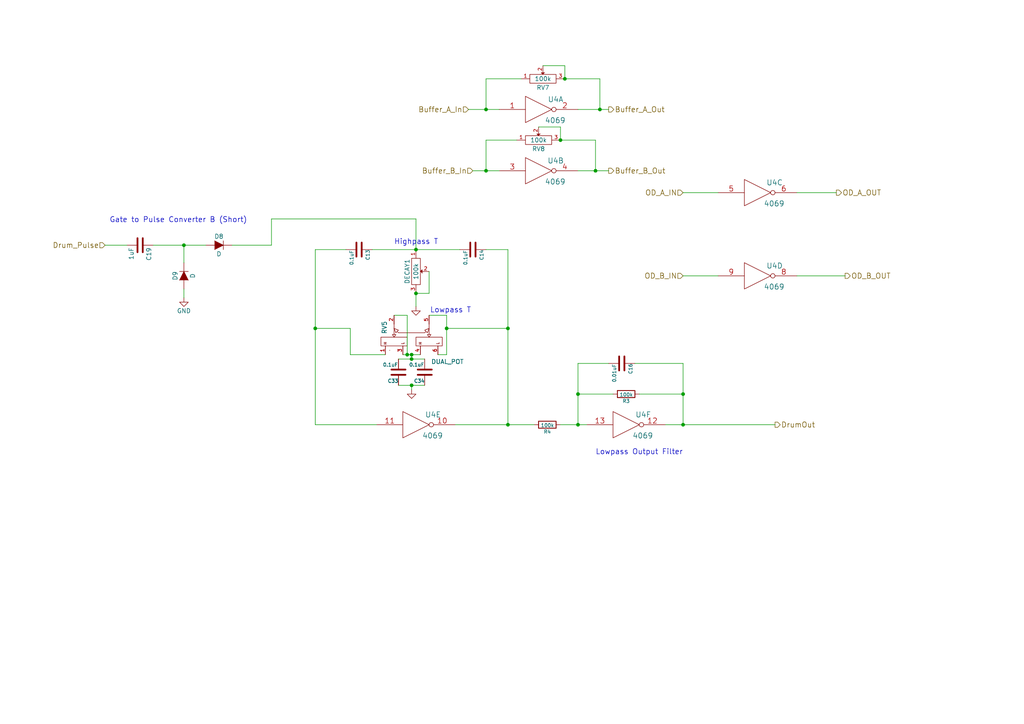
<source format=kicad_sch>
(kicad_sch (version 20231120) (generator "eeschema") (generator_version "8.0")
  (paper "A4")
  (lib_symbols
    (symbol "logic_noise_playground-rescue:4069" (pin_names (offset 0.762))
      (property "Reference" "U" (at 4.953 2.921 0))
      (property "Value" "4069" (at 4.826 -3.175 0))
      (symbol "4069_0_0"
        (polyline (pts (xy -3.81 3.81) (xy -3.81 -3.81) (xy 3.81 0) (xy -3.81 3.81)))
        (pin power_in line (at -1.27 2.54 90) (length 0) hide (name "VDD") (number "14"))
        (pin power_in line (at -1.27 -2.54 90) (length 0) hide (name "VSS") (number "7"))
      )
      (symbol "4069_1_1"
        (pin input line (at -11.43 0 0) (length 7.62) (name "~") (number "1"))
        (pin output inverted (at 11.43 0 180) (length 7.62) (name "~") (number "2"))
      )
      (symbol "4069_1_2"
        (pin input inverted (at -11.43 0 0) (length 7.62) (name "~") (number "1"))
        (pin output line (at 11.43 0 180) (length 7.62) (name "~") (number "2"))
      )
      (symbol "4069_2_1"
        (pin input line (at -11.43 0 0) (length 7.62) (name "~") (number "3"))
        (pin output inverted (at 11.43 0 180) (length 7.62) (name "~") (number "4"))
      )
      (symbol "4069_2_2"
        (pin input inverted (at -11.43 0 0) (length 7.62) (name "~") (number "3"))
        (pin output line (at 11.43 0 180) (length 7.62) (name "~") (number "4"))
      )
      (symbol "4069_3_1"
        (pin input line (at -11.43 0 0) (length 7.62) (name "~") (number "5"))
        (pin output inverted (at 11.43 0 180) (length 7.62) (name "~") (number "6"))
      )
      (symbol "4069_3_2"
        (pin input inverted (at -11.43 0 0) (length 7.62) (name "~") (number "5"))
        (pin output line (at 11.43 0 180) (length 7.62) (name "~") (number "6"))
      )
      (symbol "4069_4_1"
        (pin output inverted (at 11.43 0 180) (length 7.62) (name "~") (number "8"))
        (pin input line (at -11.43 0 0) (length 7.62) (name "~") (number "9"))
      )
      (symbol "4069_4_2"
        (pin output line (at 11.43 0 180) (length 7.62) (name "~") (number "8"))
        (pin input inverted (at -11.43 0 0) (length 7.62) (name "~") (number "9"))
      )
      (symbol "4069_5_1"
        (pin output inverted (at 11.43 0 180) (length 7.62) (name "~") (number "10"))
        (pin input line (at -11.43 0 0) (length 7.62) (name "~") (number "11"))
      )
      (symbol "4069_5_2"
        (pin output line (at 11.43 0 180) (length 7.62) (name "~") (number "10"))
        (pin input inverted (at -11.43 0 0) (length 7.62) (name "~") (number "11"))
      )
      (symbol "4069_6_1"
        (pin output inverted (at 11.43 0 180) (length 7.62) (name "~") (number "12"))
        (pin input line (at -11.43 0 0) (length 7.62) (name "~") (number "13"))
      )
      (symbol "4069_6_2"
        (pin output line (at 11.43 0 180) (length 7.62) (name "~") (number "12"))
        (pin input inverted (at -11.43 0 0) (length 7.62) (name "~") (number "13"))
      )
    )
    (symbol "logic_noise_playground-rescue:C" (pin_numbers hide) (pin_names (offset 0.254))
      (property "Reference" "C" (at 0.635 2.54 0))
      (property "Value" "C" (at 0.635 -2.54 0))
      (symbol "C_0_1"
        (polyline (pts (xy -2.032 -0.762) (xy 2.032 -0.762)) (stroke (width 0.508)))
        (polyline (pts (xy -2.032 0.762) (xy 2.032 0.762)) (stroke (width 0.508)))
      )
      (symbol "C_1_1"
        (pin passive line (at 0 3.81 270) (length 2.794) (name "~") (number "1"))
        (pin passive line (at 0 -3.81 90) (length 2.794) (name "~") (number "2"))
      )
    )
    (symbol "logic_noise_playground-rescue:D" (pin_numbers hide) (pin_names (offset 1.016) hide)
      (property "Reference" "D" (at 0 2.54 0))
      (property "Value" "D" (at 0 -2.54 0))
      (symbol "D_0_1"
        (polyline (pts (xy 1.27 1.27) (xy 1.27 -1.27)) (stroke (width 0.1524)))
        (polyline (pts (xy -1.27 1.27) (xy 1.27 0) (xy -1.27 -1.27)) (fill (type outline)))
      )
      (symbol "D_1_1"
        (pin passive line (at -3.81 0 0) (length 2.54) (name "A") (number "1"))
        (pin passive line (at 3.81 0 180) (length 2.54) (name "K") (number "2"))
      )
    )
    (symbol "logic_noise_playground-rescue:DUAL_POT" (pin_names (offset 1.016) hide)
      (property "Reference" "RV" (at 4.064 7.874 0))
      (property "Value" "DUAL_POT" (at 7.366 -7.62 0))
      (symbol "DUAL_POT_0_0"
        (text "H" (at -0.508 -2.54 0) (effects (font (size 0.762 0.762))))
        (text "H" (at -0.508 7.62 0) (effects (font (size 0.762 0.762))))
        (text "L" (at -0.508 -7.62 0) (effects (font (size 0.762 0.762))))
        (text "L" (at -0.508 2.54 0) (effects (font (size 0.762 0.762))))
      )
      (symbol "DUAL_POT_0_1"
        (rectangle (start -2.54 6.35) (end -2.54 6.35))
        (rectangle (start -2.54 6.35) (end -2.54 6.35))
        (rectangle (start -2.54 6.35) (end -2.54 6.35))
        (rectangle (start -2.54 6.35) (end -2.54 6.35))
        (rectangle (start -1.27 -1.27) (end 1.27 -8.89))
        (rectangle (start -1.27 8.89) (end 1.27 1.27))
        (polyline (pts (xy 5.08 5.08) (xy 2.032 5.08) (xy 2.032 5.08) (xy 2.032 5.08)))
        (polyline (pts (xy 2.032 -5.588) (xy 2.032 -4.572) (xy 1.27 -5.08) (xy 2.032 -5.588) (xy 2.032 -5.588)))
        (polyline (pts (xy 3.81 -5.08) (xy 2.54 -4.572) (xy 3.302 -3.81) (xy 3.81 -5.08) (xy 3.81 -5.08)))
        (polyline (pts (xy 5.08 -5.08) (xy 2.032 -5.08) (xy 2.032 -5.08) (xy 2.032 -5.08) (xy 2.032 -5.08)))
        (polyline (pts (xy 2.032 4.572) (xy 2.032 5.588) (xy 1.27 5.08) (xy 2.032 4.572) (xy 2.032 4.572) (xy 2.032 4.572)))
        (polyline (pts (xy 2.794 4.064) (xy 2.54 3.81) (xy 2.54 -3.81) (xy 2.794 -4.064) (xy 2.794 -4.064) (xy 2.794 -4.064)))
        (polyline (pts (xy 3.81 5.08) (xy 2.54 4.572) (xy 3.302 3.81) (xy 3.81 5.08) (xy 3.81 5.08) (xy 3.81 5.08)))
      )
      (symbol "DUAL_POT_1_1"
        (pin passive line (at -3.81 7.62 0) (length 2.54) (name "1") (number "1"))
        (pin passive line (at 7.62 5.08 180) (length 2.54) (name "2") (number "2"))
        (pin passive line (at -3.81 2.54 0) (length 2.54) (name "3") (number "3"))
        (pin passive line (at -3.81 -2.54 0) (length 2.54) (name "~") (number "4"))
        (pin passive line (at 7.62 -5.08 180) (length 2.54) (name "~") (number "5"))
        (pin passive line (at -3.81 -7.62 0) (length 2.54) (name "~") (number "6"))
      )
    )
    (symbol "logic_noise_playground-rescue:GND" (power) (pin_names (offset 0))
      (property "Value" "GND" (at 0 -3.81 0))
      (symbol "GND_0_1"
        (polyline (pts (xy 0 0) (xy 0 -1.27) (xy 1.27 -1.27) (xy 0 -2.54) (xy -1.27 -1.27) (xy 0 -1.27)))
      )
      (symbol "GND_1_1"
        (pin power_in line (at 0 0 270) (length 0) hide (name "GND") (number "1"))
      )
    )
    (symbol "logic_noise_playground-rescue:POT" (pin_names (offset 1.016) hide)
      (property "Reference" "RV" (at 0 -2.54 0))
      (property "Value" "POT" (at 0 0 0))
      (symbol "POT_0_1"
        (rectangle (start -3.81 1.27) (end 3.81 -1.27))
        (polyline (pts (xy 0 1.27) (xy -0.508 1.778) (xy 0.508 1.778)) (fill (type outline)))
      )
      (symbol "POT_1_1"
        (pin passive line (at -6.35 0 0) (length 2.54) (name "1") (number "1"))
        (pin passive line (at 0 3.81 270) (length 2.032) (name "2") (number "2"))
        (pin passive line (at 6.35 0 180) (length 2.54) (name "3") (number "3"))
      )
    )
    (symbol "logic_noise_playground-rescue:R" (pin_numbers hide) (pin_names (offset 0))
      (property "Reference" "R" (at 2.032 0 90))
      (property "Value" "R" (at 0 0 90))
      (symbol "R_0_1"
        (rectangle (start -1.016 -2.54) (end 1.016 2.54) (stroke (width 0.254)))
      )
      (symbol "R_1_1"
        (pin passive line (at 0 3.81 270) (length 1.27) (name "~") (number "1"))
        (pin passive line (at 0 -3.81 90) (length 1.27) (name "~") (number "2"))
      )
    )
  )
  (junction (at 119.38 111.76))
  (junction (at 198.12 123.19))
  (junction (at 118.11 102.87))
  (junction (at 147.32 123.19))
  (junction (at 129.54 95.25))
  (junction (at 173.99 31.75))
  (junction (at 53.34 71.12))
  (junction (at 147.32 95.25))
  (junction (at 167.64 123.19))
  (junction (at 119.38 102.87))
  (junction (at 162.56 40.64))
  (junction (at 120.65 72.39))
  (junction (at 167.64 114.3))
  (junction (at 163.83 22.86))
  (junction (at 91.44 95.25))
  (junction (at 120.65 85.09))
  (junction (at 140.97 49.53))
  (junction (at 119.38 104.14))
  (junction (at 172.72 49.53))
  (junction (at 140.97 31.75))
  (junction (at 198.12 114.3))
  (wire (pts (xy 162.56 36.83) (xy 156.21 36.83)))
  (wire (pts (xy 107.95 72.39) (xy 120.65 72.39)))
  (wire (pts (xy 129.54 95.25) (xy 129.54 102.87)))
  (wire (pts (xy 115.57 104.14) (xy 119.38 104.14)))
  (wire (pts (xy 198.12 55.88) (xy 208.28 55.88)))
  (wire (pts (xy 91.44 72.39) (xy 91.44 95.25)))
  (wire (pts (xy 118.11 102.87) (xy 119.38 102.87)))
  (wire (pts (xy 167.64 114.3) (xy 177.8 114.3)))
  (wire (pts (xy 184.15 105.41) (xy 198.12 105.41)))
  (wire (pts (xy 231.14 80.01) (xy 245.11 80.01)))
  (wire (pts (xy 231.14 55.88) (xy 242.57 55.88)))
  (wire (pts (xy 172.72 49.53) (xy 176.53 49.53)))
  (wire (pts (xy 119.38 104.14) (xy 119.38 102.87)))
  (wire (pts (xy 173.99 31.75) (xy 176.53 31.75)))
  (wire (pts (xy 147.32 95.25) (xy 147.32 123.19)))
  (wire (pts (xy 91.44 95.25) (xy 91.44 123.19)))
  (wire (pts (xy 163.83 22.86) (xy 173.99 22.86)))
  (wire (pts (xy 124.46 85.09) (xy 124.46 78.74)))
  (wire (pts (xy 91.44 95.25) (xy 101.6 95.25)))
  (wire (pts (xy 44.45 71.12) (xy 53.34 71.12)))
  (wire (pts (xy 101.6 102.87) (xy 101.6 95.25)))
  (wire (pts (xy 120.65 85.09) (xy 120.65 88.9)))
  (wire (pts (xy 140.97 72.39) (xy 147.32 72.39)))
  (wire (pts (xy 114.3 91.44) (xy 118.11 91.44)))
  (wire (pts (xy 119.38 111.76) (xy 123.19 111.76)))
  (wire (pts (xy 135.89 31.75) (xy 140.97 31.75)))
  (wire (pts (xy 140.97 22.86) (xy 151.13 22.86)))
  (wire (pts (xy 208.28 80.01) (xy 198.12 80.01)))
  (wire (pts (xy 172.72 49.53) (xy 172.72 40.64)))
  (wire (pts (xy 198.12 114.3) (xy 198.12 123.19)))
  (wire (pts (xy 185.42 114.3) (xy 198.12 114.3)))
  (wire (pts (xy 119.38 104.14) (xy 123.19 104.14)))
  (wire (pts (xy 53.34 76.2) (xy 53.34 71.12)))
  (wire (pts (xy 140.97 31.75) (xy 140.97 22.86)))
  (wire (pts (xy 140.97 40.64) (xy 140.97 49.53)))
  (wire (pts (xy 163.83 19.05) (xy 163.83 22.86)))
  (wire (pts (xy 172.72 40.64) (xy 162.56 40.64)))
  (wire (pts (xy 167.64 114.3) (xy 167.64 123.19)))
  (wire (pts (xy 149.86 40.64) (xy 140.97 40.64)))
  (wire (pts (xy 53.34 86.36) (xy 53.34 83.82)))
  (wire (pts (xy 129.54 91.44) (xy 129.54 95.25)))
  (wire (pts (xy 167.64 105.41) (xy 176.53 105.41)))
  (wire (pts (xy 193.04 123.19) (xy 198.12 123.19)))
  (wire (pts (xy 120.65 72.39) (xy 133.35 72.39)))
  (wire (pts (xy 67.31 71.12) (xy 78.74 71.12)))
  (wire (pts (xy 147.32 72.39) (xy 147.32 95.25)))
  (wire (pts (xy 198.12 105.41) (xy 198.12 114.3)))
  (wire (pts (xy 132.08 123.19) (xy 147.32 123.19)))
  (wire (pts (xy 115.57 111.76) (xy 119.38 111.76)))
  (wire (pts (xy 137.16 49.53) (xy 140.97 49.53)))
  (wire (pts (xy 120.65 63.5) (xy 120.65 72.39)))
  (wire (pts (xy 91.44 123.19) (xy 109.22 123.19)))
  (wire (pts (xy 157.48 19.05) (xy 163.83 19.05)))
  (wire (pts (xy 124.46 91.44) (xy 129.54 91.44)))
  (wire (pts (xy 111.76 102.87) (xy 101.6 102.87)))
  (wire (pts (xy 167.64 105.41) (xy 167.64 114.3)))
  (wire (pts (xy 118.11 91.44) (xy 118.11 102.87)))
  (wire (pts (xy 147.32 123.19) (xy 154.94 123.19)))
  (wire (pts (xy 120.65 85.09) (xy 124.46 85.09)))
  (wire (pts (xy 147.32 95.25) (xy 129.54 95.25)))
  (wire (pts (xy 30.48 71.12) (xy 36.83 71.12)))
  (wire (pts (xy 140.97 31.75) (xy 144.78 31.75)))
  (wire (pts (xy 140.97 49.53) (xy 144.78 49.53)))
  (wire (pts (xy 173.99 22.86) (xy 173.99 31.75)))
  (wire (pts (xy 167.64 49.53) (xy 172.72 49.53)))
  (wire (pts (xy 119.38 102.87) (xy 121.92 102.87)))
  (wire (pts (xy 162.56 123.19) (xy 167.64 123.19)))
  (wire (pts (xy 167.64 31.75) (xy 173.99 31.75)))
  (wire (pts (xy 198.12 123.19) (xy 224.79 123.19)))
  (wire (pts (xy 129.54 102.87) (xy 127 102.87)))
  (wire (pts (xy 167.64 123.19) (xy 170.18 123.19)))
  (wire (pts (xy 119.38 113.03) (xy 119.38 111.76)))
  (wire (pts (xy 53.34 71.12) (xy 59.69 71.12)))
  (wire (pts (xy 116.84 102.87) (xy 118.11 102.87)))
  (wire (pts (xy 91.44 72.39) (xy 100.33 72.39)))
  (wire (pts (xy 78.74 63.5) (xy 120.65 63.5)))
  (wire (pts (xy 78.74 71.12) (xy 78.74 63.5)))
  (wire (pts (xy 162.56 40.64) (xy 162.56 36.83)))
  (text "Highpass T" (at 114.3 71.12 0) (effects (font (size 1.524 1.524)) (justify left bottom)))
  (text "Lowpass Output Filter" (at 172.72 132.08 0) (effects (font (size 1.524 1.524)) (justify left bottom)))
  (text "Gate to Pulse Converter B (Short)\n" (at 31.75 64.77 0) (effects (font (size 1.524 1.524)) (justify left bottom)))
  (text "Lowpass T" (at 124.714 90.932 0) (effects (font (size 1.524 1.524)) (justify left bottom)))
  (hierarchical_label "DrumOut" (shape output) (at 224.79 123.19 0) (effects (font (size 1.524 1.524))))
  (hierarchical_label "Buffer_B_Out" (shape output) (at 176.53 49.53 0) (effects (font (size 1.524 1.524))))
  (hierarchical_label "OD_A_IN" (shape input) (at 198.12 55.88 180) (effects (font (size 1.524 1.524))))
  (hierarchical_label "Buffer_A_In" (shape input) (at 135.89 31.75 180) (effects (font (size 1.524 1.524))))
  (hierarchical_label "OD_A_OUT" (shape output) (at 242.57 55.88 0) (effects (font (size 1.524 1.524))))
  (hierarchical_label "Drum_Pulse" (shape input) (at 30.48 71.12 180) (effects (font (size 1.524 1.524))))
  (hierarchical_label "OD_B_IN" (shape input) (at 198.12 80.01 180) (effects (font (size 1.524 1.524))))
  (hierarchical_label "Buffer_A_Out" (shape output) (at 176.53 31.75 0) (effects (font (size 1.524 1.524))))
  (hierarchical_label "Buffer_B_In" (shape input) (at 137.16 49.53 180) (effects (font (size 1.524 1.524))))
  (hierarchical_label "OD_B_OUT" (shape output) (at 245.11 80.01 0) (effects (font (size 1.524 1.524))))
  (symbol (lib_id "logic_noise_playground-rescue:C") (at 104.14 72.39 270) (unit 1)
    (property "Reference" "C13" (at 106.68 72.39 0) (effects (font (size 1.016 1.016)) (justify left)))
    (property "Value" "0.1uF" (at 101.981 72.5424 0) (effects (font (size 1.016 1.016)) (justify left)))
    (property "Footprint" "Discret:C1" (effects (hide yes)))
  )
  (symbol (lib_id "logic_noise_playground-rescue:C") (at 137.16 72.39 270) (unit 1)
    (property "Reference" "C14" (at 139.7 72.39 0) (effects (font (size 1.016 1.016)) (justify left)))
    (property "Value" "0.1uF" (at 135.001 72.5424 0) (effects (font (size 1.016 1.016)) (justify left)))
    (property "Footprint" "Discret:C1" (effects (hide yes)))
  )
  (symbol (lib_id "logic_noise_playground-rescue:POT") (at 120.65 78.74 270) (unit 1)
    (property "Reference" "DECAY1" (at 118.11 78.74 0))
    (property "Value" "100k" (at 120.65 78.74 0))
    (property "Footprint" "logic_noise:PTV09A4025FB104" (effects (hide yes)))
    (property "manf#" "PTV09A-4025F-B104 " (effects (hide yes)))
  )
  (symbol (lib_id "logic_noise_playground-rescue:GND") (at 120.65 88.9 0) (unit 1)
    (property "Reference" "#PWR04" (effects (hide yes)))
    (property "Value" "GND" (effects (hide yes)))
  )
  (symbol (lib_id "logic_noise_playground-rescue:GND") (at 119.38 113.03 0) (unit 1)
    (property "Reference" "#PWR05" (effects (hide yes)))
    (property "Value" "GND" (effects (hide yes)))
  )
  (symbol (lib_id "logic_noise_playground-rescue:4069") (at 120.65 123.19 0) (unit 5)
    (property "Reference" "U4" (at 125.603 120.269 0) (effects (font (size 1.524 1.524))))
    (property "Value" "4069" (at 125.476 126.365 0) (effects (font (size 1.524 1.524))))
    (property "Footprint" "Housings_DIP:DIP-14__300_ELL" (effects (hide yes)))
    (property "manf#" "CD4069UBE" (effects (hide yes)))
  )
  (symbol (lib_id "logic_noise_playground-rescue:4069") (at 181.61 123.19 0) (unit 6)
    (property "Reference" "U4" (at 186.563 120.269 0) (effects (font (size 1.524 1.524))))
    (property "Value" "4069" (at 186.436 126.365 0) (effects (font (size 1.524 1.524))))
    (property "Footprint" "Housings_DIP:DIP-14__300_ELL" (effects (hide yes)))
    (property "manf#" "CD4069UBE" (effects (hide yes)))
  )
  (symbol (lib_id "logic_noise_playground-rescue:R") (at 181.61 114.3 270) (unit 1)
    (property "Reference" "R3" (at 181.61 116.332 90) (effects (font (size 1.016 1.016))))
    (property "Value" "100k" (at 181.6354 114.4778 90) (effects (font (size 1.016 1.016))))
    (property "Footprint" "Resistors_ThroughHole:Resistor_Horizontal_RM10mm" (effects (hide yes)))
    (property "manf#" "CF18JT100K" (effects (hide yes)))
  )
  (symbol (lib_id "logic_noise_playground-rescue:R") (at 158.75 123.19 270) (unit 1)
    (property "Reference" "R4" (at 158.75 125.222 90) (effects (font (size 1.016 1.016))))
    (property "Value" "100k" (at 158.7754 123.3678 90) (effects (font (size 1.016 1.016))))
    (property "Footprint" "Resistors_ThroughHole:Resistor_Horizontal_RM10mm" (effects (hide yes)))
    (property "manf#" "CF18JT100K" (effects (hide yes)))
  )
  (symbol (lib_id "logic_noise_playground-rescue:C") (at 180.34 105.41 270) (unit 1)
    (property "Reference" "C16" (at 182.88 105.41 0) (effects (font (size 1.016 1.016)) (justify left)))
    (property "Value" "0.01uF" (at 178.181 105.5624 0) (effects (font (size 1.016 1.016)) (justify left)))
    (property "Footprint" "Discret:C1" (effects (hide yes)))
  )
  (symbol (lib_id "logic_noise_playground-rescue:4069") (at 156.21 31.75 0) (unit 1)
    (property "Reference" "U4" (at 161.163 28.829 0) (effects (font (size 1.524 1.524))))
    (property "Value" "4069" (at 161.036 34.925 0) (effects (font (size 1.524 1.524))))
    (property "Footprint" "Housings_DIP:DIP-14__300_ELL" (effects (hide yes)))
    (property "manf#" "CD4069UBE" (effects (hide yes)))
  )
  (symbol (lib_id "logic_noise_playground-rescue:4069") (at 156.21 49.53 0) (unit 2)
    (property "Reference" "U4" (at 161.163 46.609 0) (effects (font (size 1.524 1.524))))
    (property "Value" "4069" (at 161.036 52.705 0) (effects (font (size 1.524 1.524))))
    (property "Footprint" "Housings_DIP:DIP-14__300_ELL" (effects (hide yes)))
    (property "manf#" "CD4069UBE" (effects (hide yes)))
  )
  (symbol (lib_id "logic_noise_playground-rescue:4069") (at 219.71 55.88 0) (unit 3)
    (property "Reference" "U4" (at 224.663 52.959 0) (effects (font (size 1.524 1.524))))
    (property "Value" "4069" (at 224.536 59.055 0) (effects (font (size 1.524 1.524))))
    (property "Footprint" "Housings_DIP:DIP-14__300_ELL" (effects (hide yes)))
    (property "manf#" "CD4069UBE" (effects (hide yes)))
  )
  (symbol (lib_id "logic_noise_playground-rescue:4069") (at 219.71 80.01 0) (unit 4)
    (property "Reference" "U4" (at 224.663 77.089 0) (effects (font (size 1.524 1.524))))
    (property "Value" "4069" (at 224.536 83.185 0) (effects (font (size 1.524 1.524))))
    (property "Footprint" "Housings_DIP:DIP-14__300_ELL" (effects (hide yes)))
    (property "manf#" "CD4069UBE" (effects (hide yes)))
  )
  (symbol (lib_id "logic_noise_playground-rescue:C") (at 115.57 107.95 180) (unit 1)
    (property "Reference" "C33" (at 115.57 110.49 0) (effects (font (size 1.016 1.016)) (justify left)))
    (property "Value" "0.1uF" (at 115.4176 105.791 0) (effects (font (size 1.016 1.016)) (justify left)))
    (property "Footprint" "Discret:C1" (effects (hide yes)))
  )
  (symbol (lib_id "logic_noise_playground-rescue:C") (at 123.19 107.95 180) (unit 1)
    (property "Reference" "C34" (at 123.19 110.49 0) (effects (font (size 1.016 1.016)) (justify left)))
    (property "Value" "0.1uF" (at 123.0376 105.791 0) (effects (font (size 1.016 1.016)) (justify left)))
    (property "Footprint" "Discret:C1" (effects (hide yes)))
  )
  (symbol (lib_id "logic_noise_playground-rescue:D") (at 53.34 80.01 90) (unit 1)
    (property "Reference" "D9" (at 50.8 80.01 0))
    (property "Value" "D" (at 55.88 80.01 0))
    (property "Footprint" "Diodes_ThroughHole:Diode_DO-35_SOD27_Horizontal_RM10" (effects (hide yes)))
  )
  (symbol (lib_id "logic_noise_playground-rescue:C") (at 40.64 71.12 270) (unit 1)
    (property "Reference" "C19" (at 43.18 71.755 0) (effects (justify left)))
    (property "Value" "1uF" (at 38.1 71.755 0) (effects (justify left)))
    (property "Footprint" "Discret:C1" (effects (hide yes)))
  )
  (symbol (lib_id "logic_noise_playground-rescue:D") (at 63.5 71.12 0) (unit 1)
    (property "Reference" "D8" (at 63.5 68.58 0))
    (property "Value" "D" (at 63.5 73.66 0))
    (property "Footprint" "Diodes_ThroughHole:Diode_DO-35_SOD27_Horizontal_RM10" (effects (hide yes)))
  )
  (symbol (lib_id "logic_noise_playground-rescue:GND") (at 53.34 86.36 0) (unit 1)
    (property "Reference" "#PWR06" (effects (hide yes)))
    (property "Value" "GND" (at 53.34 90.17 0))
  )
  (symbol (lib_id "logic_noise_playground-rescue:DUAL_POT") (at 119.38 99.06 90) (unit 1)
    (property "Reference" "RV5" (at 111.506 94.996 0))
    (property "Value" "DUAL_POT" (at 129.794 104.902 90))
    (property "Footprint" "Potentiometer_THT:Potentiometer_Alps_RK163_Dual_Horizontal" (effects (hide yes)))
    (property "manf#" "PTN16-A100230K1B2 " (effects (hide yes)))
  )
  (symbol (lib_id "logic_noise_playground-rescue:POT") (at 157.48 22.86 0) (unit 1)
    (property "Reference" "RV7" (at 157.48 25.4 0))
    (property "Value" "100k" (at 157.48 22.86 0))
    (property "Footprint" "logic_noise:PTV09A4025FB104" (effects (hide yes)))
    (property "manf#" "PTV09A4025FB104" (effects (hide yes)))
  )
  (symbol (lib_id "logic_noise_playground-rescue:POT") (at 156.21 40.64 0) (unit 1)
    (property "Reference" "RV8" (at 156.21 43.18 0))
    (property "Value" "100k" (at 156.21 40.64 0))
    (property "Footprint" "logic_noise:PTV09A4025FB104" (effects (hide yes)))
    (property "manf#" "PTV09A4025FB104" (effects (hide yes)))
  )
)
</source>
